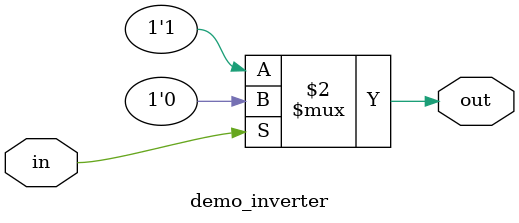
<source format=sv>


`timescale 1ns/1ps

module demo_inverter (output logic out, input in);
  always_comb begin
    out = in ? 1'b0 : 1'b1;
  end
endmodule


</source>
